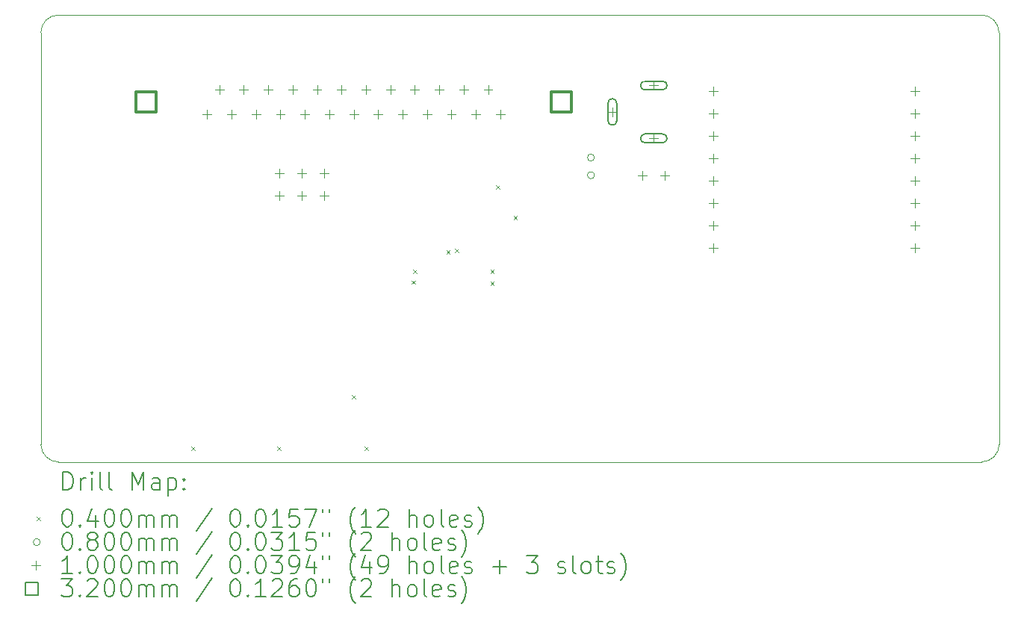
<source format=gbr>
%TF.GenerationSoftware,KiCad,Pcbnew,(6.0.11)*%
%TF.CreationDate,2024-01-03T20:30:28+00:00*%
%TF.ProjectId,LeWiFiModem,4c655769-4669-44d6-9f64-656d2e6b6963,rev?*%
%TF.SameCoordinates,Original*%
%TF.FileFunction,Drillmap*%
%TF.FilePolarity,Positive*%
%FSLAX45Y45*%
G04 Gerber Fmt 4.5, Leading zero omitted, Abs format (unit mm)*
G04 Created by KiCad (PCBNEW (6.0.11)) date 2024-01-03 20:30:28*
%MOMM*%
%LPD*%
G01*
G04 APERTURE LIST*
%ADD10C,0.100000*%
%ADD11C,0.200000*%
%ADD12C,0.040000*%
%ADD13C,0.080000*%
%ADD14C,0.320000*%
G04 APERTURE END LIST*
D10*
X16755000Y-13140000D02*
G75*
G03*
X16955000Y-12940000I0J200000D01*
G01*
X16954000Y-8272000D02*
G75*
G03*
X16754000Y-8072000I-200000J0D01*
G01*
X6291000Y-8072000D02*
X16754000Y-8072000D01*
X16755000Y-13140000D02*
X6292000Y-13140000D01*
X16954000Y-8272000D02*
X16955000Y-12940000D01*
X6291000Y-8072000D02*
G75*
G03*
X6091000Y-8272000I0J-200000D01*
G01*
X6092000Y-12940000D02*
X6091000Y-8272000D01*
X6092000Y-12940000D02*
G75*
G03*
X6292000Y-13140000I200000J0D01*
G01*
D11*
D12*
X7800000Y-12968000D02*
X7840000Y-13008000D01*
X7840000Y-12968000D02*
X7800000Y-13008000D01*
X8771000Y-12965000D02*
X8811000Y-13005000D01*
X8811000Y-12965000D02*
X8771000Y-13005000D01*
X9619000Y-12379000D02*
X9659000Y-12419000D01*
X9659000Y-12379000D02*
X9619000Y-12419000D01*
X9762000Y-12965000D02*
X9802000Y-13005000D01*
X9802000Y-12965000D02*
X9762000Y-13005000D01*
X10293000Y-11082000D02*
X10333000Y-11122000D01*
X10333000Y-11082000D02*
X10293000Y-11122000D01*
X10311000Y-10960000D02*
X10351000Y-11000000D01*
X10351000Y-10960000D02*
X10311000Y-11000000D01*
X10687950Y-10741655D02*
X10727950Y-10781655D01*
X10727950Y-10741655D02*
X10687950Y-10781655D01*
X10785524Y-10719989D02*
X10825524Y-10759989D01*
X10825524Y-10719989D02*
X10785524Y-10759989D01*
X11187250Y-10960000D02*
X11227250Y-11000000D01*
X11227250Y-10960000D02*
X11187250Y-11000000D01*
X11187250Y-11094000D02*
X11227250Y-11134000D01*
X11227250Y-11094000D02*
X11187250Y-11134000D01*
X11251250Y-10000000D02*
X11291250Y-10040000D01*
X11291250Y-10000000D02*
X11251250Y-10040000D01*
X11451000Y-10351000D02*
X11491000Y-10391000D01*
X11491000Y-10351000D02*
X11451000Y-10391000D01*
D13*
X12368000Y-9688511D02*
G75*
G03*
X12368000Y-9688511I-40000J0D01*
G01*
X12368000Y-9888511D02*
G75*
G03*
X12368000Y-9888511I-40000J0D01*
G01*
D10*
X7976750Y-9149033D02*
X7976750Y-9249033D01*
X7926750Y-9199033D02*
X8026750Y-9199033D01*
X8115250Y-8865033D02*
X8115250Y-8965033D01*
X8065250Y-8915033D02*
X8165250Y-8915033D01*
X8253750Y-9149033D02*
X8253750Y-9249033D01*
X8203750Y-9199033D02*
X8303750Y-9199033D01*
X8392250Y-8865033D02*
X8392250Y-8965033D01*
X8342250Y-8915033D02*
X8442250Y-8915033D01*
X8530750Y-9149033D02*
X8530750Y-9249033D01*
X8480750Y-9199033D02*
X8580750Y-9199033D01*
X8669250Y-8865033D02*
X8669250Y-8965033D01*
X8619250Y-8915033D02*
X8719250Y-8915033D01*
X8795000Y-9817000D02*
X8795000Y-9917000D01*
X8745000Y-9867000D02*
X8845000Y-9867000D01*
X8795000Y-10071000D02*
X8795000Y-10171000D01*
X8745000Y-10121000D02*
X8845000Y-10121000D01*
X8807750Y-9149033D02*
X8807750Y-9249033D01*
X8757750Y-9199033D02*
X8857750Y-9199033D01*
X8946250Y-8865033D02*
X8946250Y-8965033D01*
X8896250Y-8915033D02*
X8996250Y-8915033D01*
X9049000Y-9817000D02*
X9049000Y-9917000D01*
X8999000Y-9867000D02*
X9099000Y-9867000D01*
X9049000Y-10071000D02*
X9049000Y-10171000D01*
X8999000Y-10121000D02*
X9099000Y-10121000D01*
X9084750Y-9149033D02*
X9084750Y-9249033D01*
X9034750Y-9199033D02*
X9134750Y-9199033D01*
X9223250Y-8865033D02*
X9223250Y-8965033D01*
X9173250Y-8915033D02*
X9273250Y-8915033D01*
X9303000Y-9817000D02*
X9303000Y-9917000D01*
X9253000Y-9867000D02*
X9353000Y-9867000D01*
X9303000Y-10071000D02*
X9303000Y-10171000D01*
X9253000Y-10121000D02*
X9353000Y-10121000D01*
X9361750Y-9149033D02*
X9361750Y-9249033D01*
X9311750Y-9199033D02*
X9411750Y-9199033D01*
X9500250Y-8865033D02*
X9500250Y-8965033D01*
X9450250Y-8915033D02*
X9550250Y-8915033D01*
X9638750Y-9149033D02*
X9638750Y-9249033D01*
X9588750Y-9199033D02*
X9688750Y-9199033D01*
X9777250Y-8865033D02*
X9777250Y-8965033D01*
X9727250Y-8915033D02*
X9827250Y-8915033D01*
X9915750Y-9149033D02*
X9915750Y-9249033D01*
X9865750Y-9199033D02*
X9965750Y-9199033D01*
X10054250Y-8865033D02*
X10054250Y-8965033D01*
X10004250Y-8915033D02*
X10104250Y-8915033D01*
X10192750Y-9149033D02*
X10192750Y-9249033D01*
X10142750Y-9199033D02*
X10242750Y-9199033D01*
X10331250Y-8865033D02*
X10331250Y-8965033D01*
X10281250Y-8915033D02*
X10381250Y-8915033D01*
X10469750Y-9149033D02*
X10469750Y-9249033D01*
X10419750Y-9199033D02*
X10519750Y-9199033D01*
X10608250Y-8865033D02*
X10608250Y-8965033D01*
X10558250Y-8915033D02*
X10658250Y-8915033D01*
X10746750Y-9149033D02*
X10746750Y-9249033D01*
X10696750Y-9199033D02*
X10796750Y-9199033D01*
X10885250Y-8865033D02*
X10885250Y-8965033D01*
X10835250Y-8915033D02*
X10935250Y-8915033D01*
X11023750Y-9149033D02*
X11023750Y-9249033D01*
X10973750Y-9199033D02*
X11073750Y-9199033D01*
X11162250Y-8865033D02*
X11162250Y-8965033D01*
X11112250Y-8915033D02*
X11212250Y-8915033D01*
X11300750Y-9149033D02*
X11300750Y-9249033D01*
X11250750Y-9199033D02*
X11350750Y-9199033D01*
X12569750Y-9121000D02*
X12569750Y-9221000D01*
X12519750Y-9171000D02*
X12619750Y-9171000D01*
D11*
X12519750Y-9071000D02*
X12519750Y-9271000D01*
X12619750Y-9071000D02*
X12619750Y-9271000D01*
X12519750Y-9271000D02*
G75*
G03*
X12619750Y-9271000I50000J0D01*
G01*
X12619750Y-9071000D02*
G75*
G03*
X12519750Y-9071000I-50000J0D01*
G01*
D10*
X12912250Y-9843000D02*
X12912250Y-9943000D01*
X12862250Y-9893000D02*
X12962250Y-9893000D01*
X13039750Y-8821000D02*
X13039750Y-8921000D01*
X12989750Y-8871000D02*
X13089750Y-8871000D01*
D11*
X13139750Y-8821000D02*
X12939750Y-8821000D01*
X13139750Y-8921000D02*
X12939750Y-8921000D01*
X12939750Y-8821000D02*
G75*
G03*
X12939750Y-8921000I0J-50000D01*
G01*
X13139750Y-8921000D02*
G75*
G03*
X13139750Y-8821000I0J50000D01*
G01*
D10*
X13039750Y-9421000D02*
X13039750Y-9521000D01*
X12989750Y-9471000D02*
X13089750Y-9471000D01*
D11*
X13139750Y-9421000D02*
X12939750Y-9421000D01*
X13139750Y-9521000D02*
X12939750Y-9521000D01*
X12939750Y-9421000D02*
G75*
G03*
X12939750Y-9521000I0J-50000D01*
G01*
X13139750Y-9521000D02*
G75*
G03*
X13139750Y-9421000I0J50000D01*
G01*
D10*
X13166250Y-9843000D02*
X13166250Y-9943000D01*
X13116250Y-9893000D02*
X13216250Y-9893000D01*
X13713500Y-8885000D02*
X13713500Y-8985000D01*
X13663500Y-8935000D02*
X13763500Y-8935000D01*
X13713500Y-9139000D02*
X13713500Y-9239000D01*
X13663500Y-9189000D02*
X13763500Y-9189000D01*
X13713500Y-9393000D02*
X13713500Y-9493000D01*
X13663500Y-9443000D02*
X13763500Y-9443000D01*
X13713500Y-9647000D02*
X13713500Y-9747000D01*
X13663500Y-9697000D02*
X13763500Y-9697000D01*
X13713500Y-9901000D02*
X13713500Y-10001000D01*
X13663500Y-9951000D02*
X13763500Y-9951000D01*
X13713500Y-10155000D02*
X13713500Y-10255000D01*
X13663500Y-10205000D02*
X13763500Y-10205000D01*
X13713500Y-10409000D02*
X13713500Y-10509000D01*
X13663500Y-10459000D02*
X13763500Y-10459000D01*
X13713500Y-10663000D02*
X13713500Y-10763000D01*
X13663500Y-10713000D02*
X13763500Y-10713000D01*
X15999500Y-8885000D02*
X15999500Y-8985000D01*
X15949500Y-8935000D02*
X16049500Y-8935000D01*
X15999500Y-9139000D02*
X15999500Y-9239000D01*
X15949500Y-9189000D02*
X16049500Y-9189000D01*
X15999500Y-9393000D02*
X15999500Y-9493000D01*
X15949500Y-9443000D02*
X16049500Y-9443000D01*
X15999500Y-9647000D02*
X15999500Y-9747000D01*
X15949500Y-9697000D02*
X16049500Y-9697000D01*
X15999500Y-9901000D02*
X15999500Y-10001000D01*
X15949500Y-9951000D02*
X16049500Y-9951000D01*
X15999500Y-10155000D02*
X15999500Y-10255000D01*
X15949500Y-10205000D02*
X16049500Y-10205000D01*
X15999500Y-10409000D02*
X15999500Y-10509000D01*
X15949500Y-10459000D02*
X16049500Y-10459000D01*
X15999500Y-10663000D02*
X15999500Y-10763000D01*
X15949500Y-10713000D02*
X16049500Y-10713000D01*
D14*
X7396888Y-9170171D02*
X7396888Y-8943895D01*
X7170612Y-8943895D01*
X7170612Y-9170171D01*
X7396888Y-9170171D01*
X12106888Y-9170171D02*
X12106888Y-8943895D01*
X11880612Y-8943895D01*
X11880612Y-9170171D01*
X12106888Y-9170171D01*
D11*
X6343619Y-13455476D02*
X6343619Y-13255476D01*
X6391238Y-13255476D01*
X6419809Y-13265000D01*
X6438857Y-13284048D01*
X6448381Y-13303095D01*
X6457905Y-13341190D01*
X6457905Y-13369762D01*
X6448381Y-13407857D01*
X6438857Y-13426905D01*
X6419809Y-13445952D01*
X6391238Y-13455476D01*
X6343619Y-13455476D01*
X6543619Y-13455476D02*
X6543619Y-13322143D01*
X6543619Y-13360238D02*
X6553143Y-13341190D01*
X6562667Y-13331667D01*
X6581714Y-13322143D01*
X6600762Y-13322143D01*
X6667428Y-13455476D02*
X6667428Y-13322143D01*
X6667428Y-13255476D02*
X6657905Y-13265000D01*
X6667428Y-13274524D01*
X6676952Y-13265000D01*
X6667428Y-13255476D01*
X6667428Y-13274524D01*
X6791238Y-13455476D02*
X6772190Y-13445952D01*
X6762667Y-13426905D01*
X6762667Y-13255476D01*
X6896000Y-13455476D02*
X6876952Y-13445952D01*
X6867428Y-13426905D01*
X6867428Y-13255476D01*
X7124571Y-13455476D02*
X7124571Y-13255476D01*
X7191238Y-13398333D01*
X7257905Y-13255476D01*
X7257905Y-13455476D01*
X7438857Y-13455476D02*
X7438857Y-13350714D01*
X7429333Y-13331667D01*
X7410286Y-13322143D01*
X7372190Y-13322143D01*
X7353143Y-13331667D01*
X7438857Y-13445952D02*
X7419809Y-13455476D01*
X7372190Y-13455476D01*
X7353143Y-13445952D01*
X7343619Y-13426905D01*
X7343619Y-13407857D01*
X7353143Y-13388809D01*
X7372190Y-13379286D01*
X7419809Y-13379286D01*
X7438857Y-13369762D01*
X7534095Y-13322143D02*
X7534095Y-13522143D01*
X7534095Y-13331667D02*
X7553143Y-13322143D01*
X7591238Y-13322143D01*
X7610286Y-13331667D01*
X7619809Y-13341190D01*
X7629333Y-13360238D01*
X7629333Y-13417381D01*
X7619809Y-13436428D01*
X7610286Y-13445952D01*
X7591238Y-13455476D01*
X7553143Y-13455476D01*
X7534095Y-13445952D01*
X7715048Y-13436428D02*
X7724571Y-13445952D01*
X7715048Y-13455476D01*
X7705524Y-13445952D01*
X7715048Y-13436428D01*
X7715048Y-13455476D01*
X7715048Y-13331667D02*
X7724571Y-13341190D01*
X7715048Y-13350714D01*
X7705524Y-13341190D01*
X7715048Y-13331667D01*
X7715048Y-13350714D01*
D12*
X6046000Y-13765000D02*
X6086000Y-13805000D01*
X6086000Y-13765000D02*
X6046000Y-13805000D01*
D11*
X6381714Y-13675476D02*
X6400762Y-13675476D01*
X6419809Y-13685000D01*
X6429333Y-13694524D01*
X6438857Y-13713571D01*
X6448381Y-13751667D01*
X6448381Y-13799286D01*
X6438857Y-13837381D01*
X6429333Y-13856428D01*
X6419809Y-13865952D01*
X6400762Y-13875476D01*
X6381714Y-13875476D01*
X6362667Y-13865952D01*
X6353143Y-13856428D01*
X6343619Y-13837381D01*
X6334095Y-13799286D01*
X6334095Y-13751667D01*
X6343619Y-13713571D01*
X6353143Y-13694524D01*
X6362667Y-13685000D01*
X6381714Y-13675476D01*
X6534095Y-13856428D02*
X6543619Y-13865952D01*
X6534095Y-13875476D01*
X6524571Y-13865952D01*
X6534095Y-13856428D01*
X6534095Y-13875476D01*
X6715048Y-13742143D02*
X6715048Y-13875476D01*
X6667428Y-13665952D02*
X6619809Y-13808809D01*
X6743619Y-13808809D01*
X6857905Y-13675476D02*
X6876952Y-13675476D01*
X6896000Y-13685000D01*
X6905524Y-13694524D01*
X6915048Y-13713571D01*
X6924571Y-13751667D01*
X6924571Y-13799286D01*
X6915048Y-13837381D01*
X6905524Y-13856428D01*
X6896000Y-13865952D01*
X6876952Y-13875476D01*
X6857905Y-13875476D01*
X6838857Y-13865952D01*
X6829333Y-13856428D01*
X6819809Y-13837381D01*
X6810286Y-13799286D01*
X6810286Y-13751667D01*
X6819809Y-13713571D01*
X6829333Y-13694524D01*
X6838857Y-13685000D01*
X6857905Y-13675476D01*
X7048381Y-13675476D02*
X7067428Y-13675476D01*
X7086476Y-13685000D01*
X7096000Y-13694524D01*
X7105524Y-13713571D01*
X7115048Y-13751667D01*
X7115048Y-13799286D01*
X7105524Y-13837381D01*
X7096000Y-13856428D01*
X7086476Y-13865952D01*
X7067428Y-13875476D01*
X7048381Y-13875476D01*
X7029333Y-13865952D01*
X7019809Y-13856428D01*
X7010286Y-13837381D01*
X7000762Y-13799286D01*
X7000762Y-13751667D01*
X7010286Y-13713571D01*
X7019809Y-13694524D01*
X7029333Y-13685000D01*
X7048381Y-13675476D01*
X7200762Y-13875476D02*
X7200762Y-13742143D01*
X7200762Y-13761190D02*
X7210286Y-13751667D01*
X7229333Y-13742143D01*
X7257905Y-13742143D01*
X7276952Y-13751667D01*
X7286476Y-13770714D01*
X7286476Y-13875476D01*
X7286476Y-13770714D02*
X7296000Y-13751667D01*
X7315048Y-13742143D01*
X7343619Y-13742143D01*
X7362667Y-13751667D01*
X7372190Y-13770714D01*
X7372190Y-13875476D01*
X7467428Y-13875476D02*
X7467428Y-13742143D01*
X7467428Y-13761190D02*
X7476952Y-13751667D01*
X7496000Y-13742143D01*
X7524571Y-13742143D01*
X7543619Y-13751667D01*
X7553143Y-13770714D01*
X7553143Y-13875476D01*
X7553143Y-13770714D02*
X7562667Y-13751667D01*
X7581714Y-13742143D01*
X7610286Y-13742143D01*
X7629333Y-13751667D01*
X7638857Y-13770714D01*
X7638857Y-13875476D01*
X8029333Y-13665952D02*
X7857905Y-13923095D01*
X8286476Y-13675476D02*
X8305524Y-13675476D01*
X8324571Y-13685000D01*
X8334095Y-13694524D01*
X8343619Y-13713571D01*
X8353143Y-13751667D01*
X8353143Y-13799286D01*
X8343619Y-13837381D01*
X8334095Y-13856428D01*
X8324571Y-13865952D01*
X8305524Y-13875476D01*
X8286476Y-13875476D01*
X8267428Y-13865952D01*
X8257905Y-13856428D01*
X8248381Y-13837381D01*
X8238857Y-13799286D01*
X8238857Y-13751667D01*
X8248381Y-13713571D01*
X8257905Y-13694524D01*
X8267428Y-13685000D01*
X8286476Y-13675476D01*
X8438857Y-13856428D02*
X8448381Y-13865952D01*
X8438857Y-13875476D01*
X8429333Y-13865952D01*
X8438857Y-13856428D01*
X8438857Y-13875476D01*
X8572190Y-13675476D02*
X8591238Y-13675476D01*
X8610286Y-13685000D01*
X8619810Y-13694524D01*
X8629333Y-13713571D01*
X8638857Y-13751667D01*
X8638857Y-13799286D01*
X8629333Y-13837381D01*
X8619810Y-13856428D01*
X8610286Y-13865952D01*
X8591238Y-13875476D01*
X8572190Y-13875476D01*
X8553143Y-13865952D01*
X8543619Y-13856428D01*
X8534095Y-13837381D01*
X8524571Y-13799286D01*
X8524571Y-13751667D01*
X8534095Y-13713571D01*
X8543619Y-13694524D01*
X8553143Y-13685000D01*
X8572190Y-13675476D01*
X8829333Y-13875476D02*
X8715048Y-13875476D01*
X8772190Y-13875476D02*
X8772190Y-13675476D01*
X8753143Y-13704048D01*
X8734095Y-13723095D01*
X8715048Y-13732619D01*
X9010286Y-13675476D02*
X8915048Y-13675476D01*
X8905524Y-13770714D01*
X8915048Y-13761190D01*
X8934095Y-13751667D01*
X8981714Y-13751667D01*
X9000762Y-13761190D01*
X9010286Y-13770714D01*
X9019810Y-13789762D01*
X9019810Y-13837381D01*
X9010286Y-13856428D01*
X9000762Y-13865952D01*
X8981714Y-13875476D01*
X8934095Y-13875476D01*
X8915048Y-13865952D01*
X8905524Y-13856428D01*
X9086476Y-13675476D02*
X9219810Y-13675476D01*
X9134095Y-13875476D01*
X9286476Y-13675476D02*
X9286476Y-13713571D01*
X9362667Y-13675476D02*
X9362667Y-13713571D01*
X9657905Y-13951667D02*
X9648381Y-13942143D01*
X9629333Y-13913571D01*
X9619810Y-13894524D01*
X9610286Y-13865952D01*
X9600762Y-13818333D01*
X9600762Y-13780238D01*
X9610286Y-13732619D01*
X9619810Y-13704048D01*
X9629333Y-13685000D01*
X9648381Y-13656428D01*
X9657905Y-13646905D01*
X9838857Y-13875476D02*
X9724571Y-13875476D01*
X9781714Y-13875476D02*
X9781714Y-13675476D01*
X9762667Y-13704048D01*
X9743619Y-13723095D01*
X9724571Y-13732619D01*
X9915048Y-13694524D02*
X9924571Y-13685000D01*
X9943619Y-13675476D01*
X9991238Y-13675476D01*
X10010286Y-13685000D01*
X10019810Y-13694524D01*
X10029333Y-13713571D01*
X10029333Y-13732619D01*
X10019810Y-13761190D01*
X9905524Y-13875476D01*
X10029333Y-13875476D01*
X10267429Y-13875476D02*
X10267429Y-13675476D01*
X10353143Y-13875476D02*
X10353143Y-13770714D01*
X10343619Y-13751667D01*
X10324571Y-13742143D01*
X10296000Y-13742143D01*
X10276952Y-13751667D01*
X10267429Y-13761190D01*
X10476952Y-13875476D02*
X10457905Y-13865952D01*
X10448381Y-13856428D01*
X10438857Y-13837381D01*
X10438857Y-13780238D01*
X10448381Y-13761190D01*
X10457905Y-13751667D01*
X10476952Y-13742143D01*
X10505524Y-13742143D01*
X10524571Y-13751667D01*
X10534095Y-13761190D01*
X10543619Y-13780238D01*
X10543619Y-13837381D01*
X10534095Y-13856428D01*
X10524571Y-13865952D01*
X10505524Y-13875476D01*
X10476952Y-13875476D01*
X10657905Y-13875476D02*
X10638857Y-13865952D01*
X10629333Y-13846905D01*
X10629333Y-13675476D01*
X10810286Y-13865952D02*
X10791238Y-13875476D01*
X10753143Y-13875476D01*
X10734095Y-13865952D01*
X10724571Y-13846905D01*
X10724571Y-13770714D01*
X10734095Y-13751667D01*
X10753143Y-13742143D01*
X10791238Y-13742143D01*
X10810286Y-13751667D01*
X10819810Y-13770714D01*
X10819810Y-13789762D01*
X10724571Y-13808809D01*
X10896000Y-13865952D02*
X10915048Y-13875476D01*
X10953143Y-13875476D01*
X10972190Y-13865952D01*
X10981714Y-13846905D01*
X10981714Y-13837381D01*
X10972190Y-13818333D01*
X10953143Y-13808809D01*
X10924571Y-13808809D01*
X10905524Y-13799286D01*
X10896000Y-13780238D01*
X10896000Y-13770714D01*
X10905524Y-13751667D01*
X10924571Y-13742143D01*
X10953143Y-13742143D01*
X10972190Y-13751667D01*
X11048381Y-13951667D02*
X11057905Y-13942143D01*
X11076952Y-13913571D01*
X11086476Y-13894524D01*
X11096000Y-13865952D01*
X11105524Y-13818333D01*
X11105524Y-13780238D01*
X11096000Y-13732619D01*
X11086476Y-13704048D01*
X11076952Y-13685000D01*
X11057905Y-13656428D01*
X11048381Y-13646905D01*
D13*
X6086000Y-14049000D02*
G75*
G03*
X6086000Y-14049000I-40000J0D01*
G01*
D11*
X6381714Y-13939476D02*
X6400762Y-13939476D01*
X6419809Y-13949000D01*
X6429333Y-13958524D01*
X6438857Y-13977571D01*
X6448381Y-14015667D01*
X6448381Y-14063286D01*
X6438857Y-14101381D01*
X6429333Y-14120428D01*
X6419809Y-14129952D01*
X6400762Y-14139476D01*
X6381714Y-14139476D01*
X6362667Y-14129952D01*
X6353143Y-14120428D01*
X6343619Y-14101381D01*
X6334095Y-14063286D01*
X6334095Y-14015667D01*
X6343619Y-13977571D01*
X6353143Y-13958524D01*
X6362667Y-13949000D01*
X6381714Y-13939476D01*
X6534095Y-14120428D02*
X6543619Y-14129952D01*
X6534095Y-14139476D01*
X6524571Y-14129952D01*
X6534095Y-14120428D01*
X6534095Y-14139476D01*
X6657905Y-14025190D02*
X6638857Y-14015667D01*
X6629333Y-14006143D01*
X6619809Y-13987095D01*
X6619809Y-13977571D01*
X6629333Y-13958524D01*
X6638857Y-13949000D01*
X6657905Y-13939476D01*
X6696000Y-13939476D01*
X6715048Y-13949000D01*
X6724571Y-13958524D01*
X6734095Y-13977571D01*
X6734095Y-13987095D01*
X6724571Y-14006143D01*
X6715048Y-14015667D01*
X6696000Y-14025190D01*
X6657905Y-14025190D01*
X6638857Y-14034714D01*
X6629333Y-14044238D01*
X6619809Y-14063286D01*
X6619809Y-14101381D01*
X6629333Y-14120428D01*
X6638857Y-14129952D01*
X6657905Y-14139476D01*
X6696000Y-14139476D01*
X6715048Y-14129952D01*
X6724571Y-14120428D01*
X6734095Y-14101381D01*
X6734095Y-14063286D01*
X6724571Y-14044238D01*
X6715048Y-14034714D01*
X6696000Y-14025190D01*
X6857905Y-13939476D02*
X6876952Y-13939476D01*
X6896000Y-13949000D01*
X6905524Y-13958524D01*
X6915048Y-13977571D01*
X6924571Y-14015667D01*
X6924571Y-14063286D01*
X6915048Y-14101381D01*
X6905524Y-14120428D01*
X6896000Y-14129952D01*
X6876952Y-14139476D01*
X6857905Y-14139476D01*
X6838857Y-14129952D01*
X6829333Y-14120428D01*
X6819809Y-14101381D01*
X6810286Y-14063286D01*
X6810286Y-14015667D01*
X6819809Y-13977571D01*
X6829333Y-13958524D01*
X6838857Y-13949000D01*
X6857905Y-13939476D01*
X7048381Y-13939476D02*
X7067428Y-13939476D01*
X7086476Y-13949000D01*
X7096000Y-13958524D01*
X7105524Y-13977571D01*
X7115048Y-14015667D01*
X7115048Y-14063286D01*
X7105524Y-14101381D01*
X7096000Y-14120428D01*
X7086476Y-14129952D01*
X7067428Y-14139476D01*
X7048381Y-14139476D01*
X7029333Y-14129952D01*
X7019809Y-14120428D01*
X7010286Y-14101381D01*
X7000762Y-14063286D01*
X7000762Y-14015667D01*
X7010286Y-13977571D01*
X7019809Y-13958524D01*
X7029333Y-13949000D01*
X7048381Y-13939476D01*
X7200762Y-14139476D02*
X7200762Y-14006143D01*
X7200762Y-14025190D02*
X7210286Y-14015667D01*
X7229333Y-14006143D01*
X7257905Y-14006143D01*
X7276952Y-14015667D01*
X7286476Y-14034714D01*
X7286476Y-14139476D01*
X7286476Y-14034714D02*
X7296000Y-14015667D01*
X7315048Y-14006143D01*
X7343619Y-14006143D01*
X7362667Y-14015667D01*
X7372190Y-14034714D01*
X7372190Y-14139476D01*
X7467428Y-14139476D02*
X7467428Y-14006143D01*
X7467428Y-14025190D02*
X7476952Y-14015667D01*
X7496000Y-14006143D01*
X7524571Y-14006143D01*
X7543619Y-14015667D01*
X7553143Y-14034714D01*
X7553143Y-14139476D01*
X7553143Y-14034714D02*
X7562667Y-14015667D01*
X7581714Y-14006143D01*
X7610286Y-14006143D01*
X7629333Y-14015667D01*
X7638857Y-14034714D01*
X7638857Y-14139476D01*
X8029333Y-13929952D02*
X7857905Y-14187095D01*
X8286476Y-13939476D02*
X8305524Y-13939476D01*
X8324571Y-13949000D01*
X8334095Y-13958524D01*
X8343619Y-13977571D01*
X8353143Y-14015667D01*
X8353143Y-14063286D01*
X8343619Y-14101381D01*
X8334095Y-14120428D01*
X8324571Y-14129952D01*
X8305524Y-14139476D01*
X8286476Y-14139476D01*
X8267428Y-14129952D01*
X8257905Y-14120428D01*
X8248381Y-14101381D01*
X8238857Y-14063286D01*
X8238857Y-14015667D01*
X8248381Y-13977571D01*
X8257905Y-13958524D01*
X8267428Y-13949000D01*
X8286476Y-13939476D01*
X8438857Y-14120428D02*
X8448381Y-14129952D01*
X8438857Y-14139476D01*
X8429333Y-14129952D01*
X8438857Y-14120428D01*
X8438857Y-14139476D01*
X8572190Y-13939476D02*
X8591238Y-13939476D01*
X8610286Y-13949000D01*
X8619810Y-13958524D01*
X8629333Y-13977571D01*
X8638857Y-14015667D01*
X8638857Y-14063286D01*
X8629333Y-14101381D01*
X8619810Y-14120428D01*
X8610286Y-14129952D01*
X8591238Y-14139476D01*
X8572190Y-14139476D01*
X8553143Y-14129952D01*
X8543619Y-14120428D01*
X8534095Y-14101381D01*
X8524571Y-14063286D01*
X8524571Y-14015667D01*
X8534095Y-13977571D01*
X8543619Y-13958524D01*
X8553143Y-13949000D01*
X8572190Y-13939476D01*
X8705524Y-13939476D02*
X8829333Y-13939476D01*
X8762667Y-14015667D01*
X8791238Y-14015667D01*
X8810286Y-14025190D01*
X8819810Y-14034714D01*
X8829333Y-14053762D01*
X8829333Y-14101381D01*
X8819810Y-14120428D01*
X8810286Y-14129952D01*
X8791238Y-14139476D01*
X8734095Y-14139476D01*
X8715048Y-14129952D01*
X8705524Y-14120428D01*
X9019810Y-14139476D02*
X8905524Y-14139476D01*
X8962667Y-14139476D02*
X8962667Y-13939476D01*
X8943619Y-13968048D01*
X8924571Y-13987095D01*
X8905524Y-13996619D01*
X9200762Y-13939476D02*
X9105524Y-13939476D01*
X9096000Y-14034714D01*
X9105524Y-14025190D01*
X9124571Y-14015667D01*
X9172190Y-14015667D01*
X9191238Y-14025190D01*
X9200762Y-14034714D01*
X9210286Y-14053762D01*
X9210286Y-14101381D01*
X9200762Y-14120428D01*
X9191238Y-14129952D01*
X9172190Y-14139476D01*
X9124571Y-14139476D01*
X9105524Y-14129952D01*
X9096000Y-14120428D01*
X9286476Y-13939476D02*
X9286476Y-13977571D01*
X9362667Y-13939476D02*
X9362667Y-13977571D01*
X9657905Y-14215667D02*
X9648381Y-14206143D01*
X9629333Y-14177571D01*
X9619810Y-14158524D01*
X9610286Y-14129952D01*
X9600762Y-14082333D01*
X9600762Y-14044238D01*
X9610286Y-13996619D01*
X9619810Y-13968048D01*
X9629333Y-13949000D01*
X9648381Y-13920428D01*
X9657905Y-13910905D01*
X9724571Y-13958524D02*
X9734095Y-13949000D01*
X9753143Y-13939476D01*
X9800762Y-13939476D01*
X9819810Y-13949000D01*
X9829333Y-13958524D01*
X9838857Y-13977571D01*
X9838857Y-13996619D01*
X9829333Y-14025190D01*
X9715048Y-14139476D01*
X9838857Y-14139476D01*
X10076952Y-14139476D02*
X10076952Y-13939476D01*
X10162667Y-14139476D02*
X10162667Y-14034714D01*
X10153143Y-14015667D01*
X10134095Y-14006143D01*
X10105524Y-14006143D01*
X10086476Y-14015667D01*
X10076952Y-14025190D01*
X10286476Y-14139476D02*
X10267429Y-14129952D01*
X10257905Y-14120428D01*
X10248381Y-14101381D01*
X10248381Y-14044238D01*
X10257905Y-14025190D01*
X10267429Y-14015667D01*
X10286476Y-14006143D01*
X10315048Y-14006143D01*
X10334095Y-14015667D01*
X10343619Y-14025190D01*
X10353143Y-14044238D01*
X10353143Y-14101381D01*
X10343619Y-14120428D01*
X10334095Y-14129952D01*
X10315048Y-14139476D01*
X10286476Y-14139476D01*
X10467429Y-14139476D02*
X10448381Y-14129952D01*
X10438857Y-14110905D01*
X10438857Y-13939476D01*
X10619810Y-14129952D02*
X10600762Y-14139476D01*
X10562667Y-14139476D01*
X10543619Y-14129952D01*
X10534095Y-14110905D01*
X10534095Y-14034714D01*
X10543619Y-14015667D01*
X10562667Y-14006143D01*
X10600762Y-14006143D01*
X10619810Y-14015667D01*
X10629333Y-14034714D01*
X10629333Y-14053762D01*
X10534095Y-14072809D01*
X10705524Y-14129952D02*
X10724571Y-14139476D01*
X10762667Y-14139476D01*
X10781714Y-14129952D01*
X10791238Y-14110905D01*
X10791238Y-14101381D01*
X10781714Y-14082333D01*
X10762667Y-14072809D01*
X10734095Y-14072809D01*
X10715048Y-14063286D01*
X10705524Y-14044238D01*
X10705524Y-14034714D01*
X10715048Y-14015667D01*
X10734095Y-14006143D01*
X10762667Y-14006143D01*
X10781714Y-14015667D01*
X10857905Y-14215667D02*
X10867429Y-14206143D01*
X10886476Y-14177571D01*
X10896000Y-14158524D01*
X10905524Y-14129952D01*
X10915048Y-14082333D01*
X10915048Y-14044238D01*
X10905524Y-13996619D01*
X10896000Y-13968048D01*
X10886476Y-13949000D01*
X10867429Y-13920428D01*
X10857905Y-13910905D01*
D10*
X6036000Y-14263000D02*
X6036000Y-14363000D01*
X5986000Y-14313000D02*
X6086000Y-14313000D01*
D11*
X6448381Y-14403476D02*
X6334095Y-14403476D01*
X6391238Y-14403476D02*
X6391238Y-14203476D01*
X6372190Y-14232048D01*
X6353143Y-14251095D01*
X6334095Y-14260619D01*
X6534095Y-14384428D02*
X6543619Y-14393952D01*
X6534095Y-14403476D01*
X6524571Y-14393952D01*
X6534095Y-14384428D01*
X6534095Y-14403476D01*
X6667428Y-14203476D02*
X6686476Y-14203476D01*
X6705524Y-14213000D01*
X6715048Y-14222524D01*
X6724571Y-14241571D01*
X6734095Y-14279667D01*
X6734095Y-14327286D01*
X6724571Y-14365381D01*
X6715048Y-14384428D01*
X6705524Y-14393952D01*
X6686476Y-14403476D01*
X6667428Y-14403476D01*
X6648381Y-14393952D01*
X6638857Y-14384428D01*
X6629333Y-14365381D01*
X6619809Y-14327286D01*
X6619809Y-14279667D01*
X6629333Y-14241571D01*
X6638857Y-14222524D01*
X6648381Y-14213000D01*
X6667428Y-14203476D01*
X6857905Y-14203476D02*
X6876952Y-14203476D01*
X6896000Y-14213000D01*
X6905524Y-14222524D01*
X6915048Y-14241571D01*
X6924571Y-14279667D01*
X6924571Y-14327286D01*
X6915048Y-14365381D01*
X6905524Y-14384428D01*
X6896000Y-14393952D01*
X6876952Y-14403476D01*
X6857905Y-14403476D01*
X6838857Y-14393952D01*
X6829333Y-14384428D01*
X6819809Y-14365381D01*
X6810286Y-14327286D01*
X6810286Y-14279667D01*
X6819809Y-14241571D01*
X6829333Y-14222524D01*
X6838857Y-14213000D01*
X6857905Y-14203476D01*
X7048381Y-14203476D02*
X7067428Y-14203476D01*
X7086476Y-14213000D01*
X7096000Y-14222524D01*
X7105524Y-14241571D01*
X7115048Y-14279667D01*
X7115048Y-14327286D01*
X7105524Y-14365381D01*
X7096000Y-14384428D01*
X7086476Y-14393952D01*
X7067428Y-14403476D01*
X7048381Y-14403476D01*
X7029333Y-14393952D01*
X7019809Y-14384428D01*
X7010286Y-14365381D01*
X7000762Y-14327286D01*
X7000762Y-14279667D01*
X7010286Y-14241571D01*
X7019809Y-14222524D01*
X7029333Y-14213000D01*
X7048381Y-14203476D01*
X7200762Y-14403476D02*
X7200762Y-14270143D01*
X7200762Y-14289190D02*
X7210286Y-14279667D01*
X7229333Y-14270143D01*
X7257905Y-14270143D01*
X7276952Y-14279667D01*
X7286476Y-14298714D01*
X7286476Y-14403476D01*
X7286476Y-14298714D02*
X7296000Y-14279667D01*
X7315048Y-14270143D01*
X7343619Y-14270143D01*
X7362667Y-14279667D01*
X7372190Y-14298714D01*
X7372190Y-14403476D01*
X7467428Y-14403476D02*
X7467428Y-14270143D01*
X7467428Y-14289190D02*
X7476952Y-14279667D01*
X7496000Y-14270143D01*
X7524571Y-14270143D01*
X7543619Y-14279667D01*
X7553143Y-14298714D01*
X7553143Y-14403476D01*
X7553143Y-14298714D02*
X7562667Y-14279667D01*
X7581714Y-14270143D01*
X7610286Y-14270143D01*
X7629333Y-14279667D01*
X7638857Y-14298714D01*
X7638857Y-14403476D01*
X8029333Y-14193952D02*
X7857905Y-14451095D01*
X8286476Y-14203476D02*
X8305524Y-14203476D01*
X8324571Y-14213000D01*
X8334095Y-14222524D01*
X8343619Y-14241571D01*
X8353143Y-14279667D01*
X8353143Y-14327286D01*
X8343619Y-14365381D01*
X8334095Y-14384428D01*
X8324571Y-14393952D01*
X8305524Y-14403476D01*
X8286476Y-14403476D01*
X8267428Y-14393952D01*
X8257905Y-14384428D01*
X8248381Y-14365381D01*
X8238857Y-14327286D01*
X8238857Y-14279667D01*
X8248381Y-14241571D01*
X8257905Y-14222524D01*
X8267428Y-14213000D01*
X8286476Y-14203476D01*
X8438857Y-14384428D02*
X8448381Y-14393952D01*
X8438857Y-14403476D01*
X8429333Y-14393952D01*
X8438857Y-14384428D01*
X8438857Y-14403476D01*
X8572190Y-14203476D02*
X8591238Y-14203476D01*
X8610286Y-14213000D01*
X8619810Y-14222524D01*
X8629333Y-14241571D01*
X8638857Y-14279667D01*
X8638857Y-14327286D01*
X8629333Y-14365381D01*
X8619810Y-14384428D01*
X8610286Y-14393952D01*
X8591238Y-14403476D01*
X8572190Y-14403476D01*
X8553143Y-14393952D01*
X8543619Y-14384428D01*
X8534095Y-14365381D01*
X8524571Y-14327286D01*
X8524571Y-14279667D01*
X8534095Y-14241571D01*
X8543619Y-14222524D01*
X8553143Y-14213000D01*
X8572190Y-14203476D01*
X8705524Y-14203476D02*
X8829333Y-14203476D01*
X8762667Y-14279667D01*
X8791238Y-14279667D01*
X8810286Y-14289190D01*
X8819810Y-14298714D01*
X8829333Y-14317762D01*
X8829333Y-14365381D01*
X8819810Y-14384428D01*
X8810286Y-14393952D01*
X8791238Y-14403476D01*
X8734095Y-14403476D01*
X8715048Y-14393952D01*
X8705524Y-14384428D01*
X8924571Y-14403476D02*
X8962667Y-14403476D01*
X8981714Y-14393952D01*
X8991238Y-14384428D01*
X9010286Y-14355857D01*
X9019810Y-14317762D01*
X9019810Y-14241571D01*
X9010286Y-14222524D01*
X9000762Y-14213000D01*
X8981714Y-14203476D01*
X8943619Y-14203476D01*
X8924571Y-14213000D01*
X8915048Y-14222524D01*
X8905524Y-14241571D01*
X8905524Y-14289190D01*
X8915048Y-14308238D01*
X8924571Y-14317762D01*
X8943619Y-14327286D01*
X8981714Y-14327286D01*
X9000762Y-14317762D01*
X9010286Y-14308238D01*
X9019810Y-14289190D01*
X9191238Y-14270143D02*
X9191238Y-14403476D01*
X9143619Y-14193952D02*
X9096000Y-14336809D01*
X9219810Y-14336809D01*
X9286476Y-14203476D02*
X9286476Y-14241571D01*
X9362667Y-14203476D02*
X9362667Y-14241571D01*
X9657905Y-14479667D02*
X9648381Y-14470143D01*
X9629333Y-14441571D01*
X9619810Y-14422524D01*
X9610286Y-14393952D01*
X9600762Y-14346333D01*
X9600762Y-14308238D01*
X9610286Y-14260619D01*
X9619810Y-14232048D01*
X9629333Y-14213000D01*
X9648381Y-14184428D01*
X9657905Y-14174905D01*
X9819810Y-14270143D02*
X9819810Y-14403476D01*
X9772190Y-14193952D02*
X9724571Y-14336809D01*
X9848381Y-14336809D01*
X9934095Y-14403476D02*
X9972190Y-14403476D01*
X9991238Y-14393952D01*
X10000762Y-14384428D01*
X10019810Y-14355857D01*
X10029333Y-14317762D01*
X10029333Y-14241571D01*
X10019810Y-14222524D01*
X10010286Y-14213000D01*
X9991238Y-14203476D01*
X9953143Y-14203476D01*
X9934095Y-14213000D01*
X9924571Y-14222524D01*
X9915048Y-14241571D01*
X9915048Y-14289190D01*
X9924571Y-14308238D01*
X9934095Y-14317762D01*
X9953143Y-14327286D01*
X9991238Y-14327286D01*
X10010286Y-14317762D01*
X10019810Y-14308238D01*
X10029333Y-14289190D01*
X10267429Y-14403476D02*
X10267429Y-14203476D01*
X10353143Y-14403476D02*
X10353143Y-14298714D01*
X10343619Y-14279667D01*
X10324571Y-14270143D01*
X10296000Y-14270143D01*
X10276952Y-14279667D01*
X10267429Y-14289190D01*
X10476952Y-14403476D02*
X10457905Y-14393952D01*
X10448381Y-14384428D01*
X10438857Y-14365381D01*
X10438857Y-14308238D01*
X10448381Y-14289190D01*
X10457905Y-14279667D01*
X10476952Y-14270143D01*
X10505524Y-14270143D01*
X10524571Y-14279667D01*
X10534095Y-14289190D01*
X10543619Y-14308238D01*
X10543619Y-14365381D01*
X10534095Y-14384428D01*
X10524571Y-14393952D01*
X10505524Y-14403476D01*
X10476952Y-14403476D01*
X10657905Y-14403476D02*
X10638857Y-14393952D01*
X10629333Y-14374905D01*
X10629333Y-14203476D01*
X10810286Y-14393952D02*
X10791238Y-14403476D01*
X10753143Y-14403476D01*
X10734095Y-14393952D01*
X10724571Y-14374905D01*
X10724571Y-14298714D01*
X10734095Y-14279667D01*
X10753143Y-14270143D01*
X10791238Y-14270143D01*
X10810286Y-14279667D01*
X10819810Y-14298714D01*
X10819810Y-14317762D01*
X10724571Y-14336809D01*
X10896000Y-14393952D02*
X10915048Y-14403476D01*
X10953143Y-14403476D01*
X10972190Y-14393952D01*
X10981714Y-14374905D01*
X10981714Y-14365381D01*
X10972190Y-14346333D01*
X10953143Y-14336809D01*
X10924571Y-14336809D01*
X10905524Y-14327286D01*
X10896000Y-14308238D01*
X10896000Y-14298714D01*
X10905524Y-14279667D01*
X10924571Y-14270143D01*
X10953143Y-14270143D01*
X10972190Y-14279667D01*
X11219809Y-14327286D02*
X11372190Y-14327286D01*
X11296000Y-14403476D02*
X11296000Y-14251095D01*
X11600762Y-14203476D02*
X11724571Y-14203476D01*
X11657905Y-14279667D01*
X11686476Y-14279667D01*
X11705524Y-14289190D01*
X11715048Y-14298714D01*
X11724571Y-14317762D01*
X11724571Y-14365381D01*
X11715048Y-14384428D01*
X11705524Y-14393952D01*
X11686476Y-14403476D01*
X11629333Y-14403476D01*
X11610286Y-14393952D01*
X11600762Y-14384428D01*
X11953143Y-14393952D02*
X11972190Y-14403476D01*
X12010286Y-14403476D01*
X12029333Y-14393952D01*
X12038857Y-14374905D01*
X12038857Y-14365381D01*
X12029333Y-14346333D01*
X12010286Y-14336809D01*
X11981714Y-14336809D01*
X11962667Y-14327286D01*
X11953143Y-14308238D01*
X11953143Y-14298714D01*
X11962667Y-14279667D01*
X11981714Y-14270143D01*
X12010286Y-14270143D01*
X12029333Y-14279667D01*
X12153143Y-14403476D02*
X12134095Y-14393952D01*
X12124571Y-14374905D01*
X12124571Y-14203476D01*
X12257905Y-14403476D02*
X12238857Y-14393952D01*
X12229333Y-14384428D01*
X12219809Y-14365381D01*
X12219809Y-14308238D01*
X12229333Y-14289190D01*
X12238857Y-14279667D01*
X12257905Y-14270143D01*
X12286476Y-14270143D01*
X12305524Y-14279667D01*
X12315048Y-14289190D01*
X12324571Y-14308238D01*
X12324571Y-14365381D01*
X12315048Y-14384428D01*
X12305524Y-14393952D01*
X12286476Y-14403476D01*
X12257905Y-14403476D01*
X12381714Y-14270143D02*
X12457905Y-14270143D01*
X12410286Y-14203476D02*
X12410286Y-14374905D01*
X12419809Y-14393952D01*
X12438857Y-14403476D01*
X12457905Y-14403476D01*
X12515048Y-14393952D02*
X12534095Y-14403476D01*
X12572190Y-14403476D01*
X12591238Y-14393952D01*
X12600762Y-14374905D01*
X12600762Y-14365381D01*
X12591238Y-14346333D01*
X12572190Y-14336809D01*
X12543619Y-14336809D01*
X12524571Y-14327286D01*
X12515048Y-14308238D01*
X12515048Y-14298714D01*
X12524571Y-14279667D01*
X12543619Y-14270143D01*
X12572190Y-14270143D01*
X12591238Y-14279667D01*
X12667428Y-14479667D02*
X12676952Y-14470143D01*
X12696000Y-14441571D01*
X12705524Y-14422524D01*
X12715048Y-14393952D01*
X12724571Y-14346333D01*
X12724571Y-14308238D01*
X12715048Y-14260619D01*
X12705524Y-14232048D01*
X12696000Y-14213000D01*
X12676952Y-14184428D01*
X12667428Y-14174905D01*
X6056711Y-14647711D02*
X6056711Y-14506289D01*
X5915289Y-14506289D01*
X5915289Y-14647711D01*
X6056711Y-14647711D01*
X6324571Y-14467476D02*
X6448381Y-14467476D01*
X6381714Y-14543667D01*
X6410286Y-14543667D01*
X6429333Y-14553190D01*
X6438857Y-14562714D01*
X6448381Y-14581762D01*
X6448381Y-14629381D01*
X6438857Y-14648428D01*
X6429333Y-14657952D01*
X6410286Y-14667476D01*
X6353143Y-14667476D01*
X6334095Y-14657952D01*
X6324571Y-14648428D01*
X6534095Y-14648428D02*
X6543619Y-14657952D01*
X6534095Y-14667476D01*
X6524571Y-14657952D01*
X6534095Y-14648428D01*
X6534095Y-14667476D01*
X6619809Y-14486524D02*
X6629333Y-14477000D01*
X6648381Y-14467476D01*
X6696000Y-14467476D01*
X6715048Y-14477000D01*
X6724571Y-14486524D01*
X6734095Y-14505571D01*
X6734095Y-14524619D01*
X6724571Y-14553190D01*
X6610286Y-14667476D01*
X6734095Y-14667476D01*
X6857905Y-14467476D02*
X6876952Y-14467476D01*
X6896000Y-14477000D01*
X6905524Y-14486524D01*
X6915048Y-14505571D01*
X6924571Y-14543667D01*
X6924571Y-14591286D01*
X6915048Y-14629381D01*
X6905524Y-14648428D01*
X6896000Y-14657952D01*
X6876952Y-14667476D01*
X6857905Y-14667476D01*
X6838857Y-14657952D01*
X6829333Y-14648428D01*
X6819809Y-14629381D01*
X6810286Y-14591286D01*
X6810286Y-14543667D01*
X6819809Y-14505571D01*
X6829333Y-14486524D01*
X6838857Y-14477000D01*
X6857905Y-14467476D01*
X7048381Y-14467476D02*
X7067428Y-14467476D01*
X7086476Y-14477000D01*
X7096000Y-14486524D01*
X7105524Y-14505571D01*
X7115048Y-14543667D01*
X7115048Y-14591286D01*
X7105524Y-14629381D01*
X7096000Y-14648428D01*
X7086476Y-14657952D01*
X7067428Y-14667476D01*
X7048381Y-14667476D01*
X7029333Y-14657952D01*
X7019809Y-14648428D01*
X7010286Y-14629381D01*
X7000762Y-14591286D01*
X7000762Y-14543667D01*
X7010286Y-14505571D01*
X7019809Y-14486524D01*
X7029333Y-14477000D01*
X7048381Y-14467476D01*
X7200762Y-14667476D02*
X7200762Y-14534143D01*
X7200762Y-14553190D02*
X7210286Y-14543667D01*
X7229333Y-14534143D01*
X7257905Y-14534143D01*
X7276952Y-14543667D01*
X7286476Y-14562714D01*
X7286476Y-14667476D01*
X7286476Y-14562714D02*
X7296000Y-14543667D01*
X7315048Y-14534143D01*
X7343619Y-14534143D01*
X7362667Y-14543667D01*
X7372190Y-14562714D01*
X7372190Y-14667476D01*
X7467428Y-14667476D02*
X7467428Y-14534143D01*
X7467428Y-14553190D02*
X7476952Y-14543667D01*
X7496000Y-14534143D01*
X7524571Y-14534143D01*
X7543619Y-14543667D01*
X7553143Y-14562714D01*
X7553143Y-14667476D01*
X7553143Y-14562714D02*
X7562667Y-14543667D01*
X7581714Y-14534143D01*
X7610286Y-14534143D01*
X7629333Y-14543667D01*
X7638857Y-14562714D01*
X7638857Y-14667476D01*
X8029333Y-14457952D02*
X7857905Y-14715095D01*
X8286476Y-14467476D02*
X8305524Y-14467476D01*
X8324571Y-14477000D01*
X8334095Y-14486524D01*
X8343619Y-14505571D01*
X8353143Y-14543667D01*
X8353143Y-14591286D01*
X8343619Y-14629381D01*
X8334095Y-14648428D01*
X8324571Y-14657952D01*
X8305524Y-14667476D01*
X8286476Y-14667476D01*
X8267428Y-14657952D01*
X8257905Y-14648428D01*
X8248381Y-14629381D01*
X8238857Y-14591286D01*
X8238857Y-14543667D01*
X8248381Y-14505571D01*
X8257905Y-14486524D01*
X8267428Y-14477000D01*
X8286476Y-14467476D01*
X8438857Y-14648428D02*
X8448381Y-14657952D01*
X8438857Y-14667476D01*
X8429333Y-14657952D01*
X8438857Y-14648428D01*
X8438857Y-14667476D01*
X8638857Y-14667476D02*
X8524571Y-14667476D01*
X8581714Y-14667476D02*
X8581714Y-14467476D01*
X8562667Y-14496048D01*
X8543619Y-14515095D01*
X8524571Y-14524619D01*
X8715048Y-14486524D02*
X8724571Y-14477000D01*
X8743619Y-14467476D01*
X8791238Y-14467476D01*
X8810286Y-14477000D01*
X8819810Y-14486524D01*
X8829333Y-14505571D01*
X8829333Y-14524619D01*
X8819810Y-14553190D01*
X8705524Y-14667476D01*
X8829333Y-14667476D01*
X9000762Y-14467476D02*
X8962667Y-14467476D01*
X8943619Y-14477000D01*
X8934095Y-14486524D01*
X8915048Y-14515095D01*
X8905524Y-14553190D01*
X8905524Y-14629381D01*
X8915048Y-14648428D01*
X8924571Y-14657952D01*
X8943619Y-14667476D01*
X8981714Y-14667476D01*
X9000762Y-14657952D01*
X9010286Y-14648428D01*
X9019810Y-14629381D01*
X9019810Y-14581762D01*
X9010286Y-14562714D01*
X9000762Y-14553190D01*
X8981714Y-14543667D01*
X8943619Y-14543667D01*
X8924571Y-14553190D01*
X8915048Y-14562714D01*
X8905524Y-14581762D01*
X9143619Y-14467476D02*
X9162667Y-14467476D01*
X9181714Y-14477000D01*
X9191238Y-14486524D01*
X9200762Y-14505571D01*
X9210286Y-14543667D01*
X9210286Y-14591286D01*
X9200762Y-14629381D01*
X9191238Y-14648428D01*
X9181714Y-14657952D01*
X9162667Y-14667476D01*
X9143619Y-14667476D01*
X9124571Y-14657952D01*
X9115048Y-14648428D01*
X9105524Y-14629381D01*
X9096000Y-14591286D01*
X9096000Y-14543667D01*
X9105524Y-14505571D01*
X9115048Y-14486524D01*
X9124571Y-14477000D01*
X9143619Y-14467476D01*
X9286476Y-14467476D02*
X9286476Y-14505571D01*
X9362667Y-14467476D02*
X9362667Y-14505571D01*
X9657905Y-14743667D02*
X9648381Y-14734143D01*
X9629333Y-14705571D01*
X9619810Y-14686524D01*
X9610286Y-14657952D01*
X9600762Y-14610333D01*
X9600762Y-14572238D01*
X9610286Y-14524619D01*
X9619810Y-14496048D01*
X9629333Y-14477000D01*
X9648381Y-14448428D01*
X9657905Y-14438905D01*
X9724571Y-14486524D02*
X9734095Y-14477000D01*
X9753143Y-14467476D01*
X9800762Y-14467476D01*
X9819810Y-14477000D01*
X9829333Y-14486524D01*
X9838857Y-14505571D01*
X9838857Y-14524619D01*
X9829333Y-14553190D01*
X9715048Y-14667476D01*
X9838857Y-14667476D01*
X10076952Y-14667476D02*
X10076952Y-14467476D01*
X10162667Y-14667476D02*
X10162667Y-14562714D01*
X10153143Y-14543667D01*
X10134095Y-14534143D01*
X10105524Y-14534143D01*
X10086476Y-14543667D01*
X10076952Y-14553190D01*
X10286476Y-14667476D02*
X10267429Y-14657952D01*
X10257905Y-14648428D01*
X10248381Y-14629381D01*
X10248381Y-14572238D01*
X10257905Y-14553190D01*
X10267429Y-14543667D01*
X10286476Y-14534143D01*
X10315048Y-14534143D01*
X10334095Y-14543667D01*
X10343619Y-14553190D01*
X10353143Y-14572238D01*
X10353143Y-14629381D01*
X10343619Y-14648428D01*
X10334095Y-14657952D01*
X10315048Y-14667476D01*
X10286476Y-14667476D01*
X10467429Y-14667476D02*
X10448381Y-14657952D01*
X10438857Y-14638905D01*
X10438857Y-14467476D01*
X10619810Y-14657952D02*
X10600762Y-14667476D01*
X10562667Y-14667476D01*
X10543619Y-14657952D01*
X10534095Y-14638905D01*
X10534095Y-14562714D01*
X10543619Y-14543667D01*
X10562667Y-14534143D01*
X10600762Y-14534143D01*
X10619810Y-14543667D01*
X10629333Y-14562714D01*
X10629333Y-14581762D01*
X10534095Y-14600809D01*
X10705524Y-14657952D02*
X10724571Y-14667476D01*
X10762667Y-14667476D01*
X10781714Y-14657952D01*
X10791238Y-14638905D01*
X10791238Y-14629381D01*
X10781714Y-14610333D01*
X10762667Y-14600809D01*
X10734095Y-14600809D01*
X10715048Y-14591286D01*
X10705524Y-14572238D01*
X10705524Y-14562714D01*
X10715048Y-14543667D01*
X10734095Y-14534143D01*
X10762667Y-14534143D01*
X10781714Y-14543667D01*
X10857905Y-14743667D02*
X10867429Y-14734143D01*
X10886476Y-14705571D01*
X10896000Y-14686524D01*
X10905524Y-14657952D01*
X10915048Y-14610333D01*
X10915048Y-14572238D01*
X10905524Y-14524619D01*
X10896000Y-14496048D01*
X10886476Y-14477000D01*
X10867429Y-14448428D01*
X10857905Y-14438905D01*
M02*

</source>
